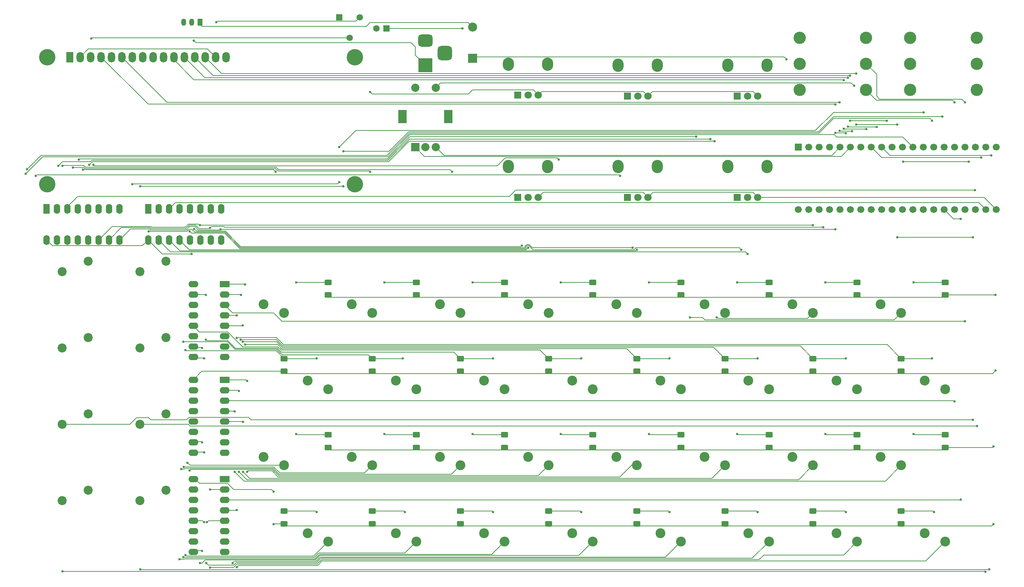
<source format=gtl>
G04 #@! TF.GenerationSoftware,KiCad,Pcbnew,7.0.11*
G04 #@! TF.CreationDate,2024-11-21T01:14:31-06:00*
G04 #@! TF.ProjectId,Sardinia_v0.2,53617264-696e-4696-915f-76302e322e6b,rev?*
G04 #@! TF.SameCoordinates,Original*
G04 #@! TF.FileFunction,Copper,L1,Top*
G04 #@! TF.FilePolarity,Positive*
%FSLAX46Y46*%
G04 Gerber Fmt 4.6, Leading zero omitted, Abs format (unit mm)*
G04 Created by KiCad (PCBNEW 7.0.11) date 2024-11-21 01:14:31*
%MOMM*%
%LPD*%
G01*
G04 APERTURE LIST*
G04 Aperture macros list*
%AMRoundRect*
0 Rectangle with rounded corners*
0 $1 Rounding radius*
0 $2 $3 $4 $5 $6 $7 $8 $9 X,Y pos of 4 corners*
0 Add a 4 corners polygon primitive as box body*
4,1,4,$2,$3,$4,$5,$6,$7,$8,$9,$2,$3,0*
0 Add four circle primitives for the rounded corners*
1,1,$1+$1,$2,$3*
1,1,$1+$1,$4,$5*
1,1,$1+$1,$6,$7*
1,1,$1+$1,$8,$9*
0 Add four rect primitives between the rounded corners*
20,1,$1+$1,$2,$3,$4,$5,0*
20,1,$1+$1,$4,$5,$6,$7,0*
20,1,$1+$1,$6,$7,$8,$9,0*
20,1,$1+$1,$8,$9,$2,$3,0*%
G04 Aperture macros list end*
G04 #@! TA.AperFunction,SMDPad,CuDef*
%ADD10RoundRect,0.250000X0.625000X-0.400000X0.625000X0.400000X-0.625000X0.400000X-0.625000X-0.400000X0*%
G04 #@! TD*
G04 #@! TA.AperFunction,ComponentPad*
%ADD11O,2.720000X3.240000*%
G04 #@! TD*
G04 #@! TA.AperFunction,ComponentPad*
%ADD12R,1.800000X1.800000*%
G04 #@! TD*
G04 #@! TA.AperFunction,ComponentPad*
%ADD13C,1.800000*%
G04 #@! TD*
G04 #@! TA.AperFunction,ComponentPad*
%ADD14C,2.200000*%
G04 #@! TD*
G04 #@! TA.AperFunction,ComponentPad*
%ADD15C,2.400000*%
G04 #@! TD*
G04 #@! TA.AperFunction,ComponentPad*
%ADD16R,1.560000X1.560000*%
G04 #@! TD*
G04 #@! TA.AperFunction,ComponentPad*
%ADD17C,1.560000*%
G04 #@! TD*
G04 #@! TA.AperFunction,ComponentPad*
%ADD18R,2.200000X2.200000*%
G04 #@! TD*
G04 #@! TA.AperFunction,ComponentPad*
%ADD19O,2.200000X2.200000*%
G04 #@! TD*
G04 #@! TA.AperFunction,ComponentPad*
%ADD20R,2.000000X2.000000*%
G04 #@! TD*
G04 #@! TA.AperFunction,ComponentPad*
%ADD21C,2.000000*%
G04 #@! TD*
G04 #@! TA.AperFunction,ComponentPad*
%ADD22R,2.000000X3.200000*%
G04 #@! TD*
G04 #@! TA.AperFunction,ComponentPad*
%ADD23C,4.000000*%
G04 #@! TD*
G04 #@! TA.AperFunction,ComponentPad*
%ADD24R,1.800000X2.600000*%
G04 #@! TD*
G04 #@! TA.AperFunction,ComponentPad*
%ADD25O,1.800000X2.600000*%
G04 #@! TD*
G04 #@! TA.AperFunction,ComponentPad*
%ADD26R,3.500000X3.500000*%
G04 #@! TD*
G04 #@! TA.AperFunction,ComponentPad*
%ADD27RoundRect,0.750000X-1.000000X0.750000X-1.000000X-0.750000X1.000000X-0.750000X1.000000X0.750000X0*%
G04 #@! TD*
G04 #@! TA.AperFunction,ComponentPad*
%ADD28RoundRect,0.875000X-0.875000X0.875000X-0.875000X-0.875000X0.875000X-0.875000X0.875000X0.875000X0*%
G04 #@! TD*
G04 #@! TA.AperFunction,ComponentPad*
%ADD29C,3.000000*%
G04 #@! TD*
G04 #@! TA.AperFunction,ComponentPad*
%ADD30R,1.600000X1.600000*%
G04 #@! TD*
G04 #@! TA.AperFunction,ComponentPad*
%ADD31C,1.600000*%
G04 #@! TD*
G04 #@! TA.AperFunction,ComponentPad*
%ADD32RoundRect,0.250000X0.350000X0.625000X-0.350000X0.625000X-0.350000X-0.625000X0.350000X-0.625000X0*%
G04 #@! TD*
G04 #@! TA.AperFunction,ComponentPad*
%ADD33O,1.200000X1.750000*%
G04 #@! TD*
G04 #@! TA.AperFunction,ComponentPad*
%ADD34R,1.600000X2.400000*%
G04 #@! TD*
G04 #@! TA.AperFunction,ComponentPad*
%ADD35O,1.600000X2.400000*%
G04 #@! TD*
G04 #@! TA.AperFunction,ComponentPad*
%ADD36R,1.700000X1.700000*%
G04 #@! TD*
G04 #@! TA.AperFunction,ComponentPad*
%ADD37C,1.700000*%
G04 #@! TD*
G04 #@! TA.AperFunction,ComponentPad*
%ADD38R,2.400000X1.600000*%
G04 #@! TD*
G04 #@! TA.AperFunction,ComponentPad*
%ADD39O,2.400000X1.600000*%
G04 #@! TD*
G04 #@! TA.AperFunction,ViaPad*
%ADD40C,0.600000*%
G04 #@! TD*
G04 #@! TA.AperFunction,Conductor*
%ADD41C,0.200000*%
G04 #@! TD*
G04 #@! TA.AperFunction,Conductor*
%ADD42C,0.127000*%
G04 #@! TD*
G04 APERTURE END LIST*
D10*
X124500000Y-107669548D03*
X124500000Y-104569548D03*
D11*
X211200000Y-57725000D03*
X220800000Y-57725000D03*
D12*
X213500000Y-65225000D03*
D13*
X216000000Y-65225000D03*
X218500000Y-65225000D03*
D10*
X264250000Y-126289096D03*
X264250000Y-123189096D03*
D14*
X74210000Y-136669868D03*
X67860000Y-139209868D03*
D10*
X221250000Y-126289096D03*
X221250000Y-123189096D03*
D15*
X216250000Y-109919548D03*
X221250000Y-112019548D03*
D10*
X232000000Y-144908644D03*
X232000000Y-141808644D03*
D15*
X130250000Y-109919548D03*
X135250000Y-112019548D03*
X141000000Y-91300000D03*
X146000000Y-93400000D03*
X216250000Y-147158644D03*
X221250000Y-149258644D03*
D10*
X113750000Y-89050000D03*
X113750000Y-85950000D03*
D15*
X248500000Y-128539096D03*
X253500000Y-130639096D03*
X259250000Y-109919548D03*
X264250000Y-112019548D03*
X184000000Y-91300000D03*
X189000000Y-93400000D03*
X98000000Y-91300000D03*
X103000000Y-93400000D03*
X108750000Y-109919548D03*
X113750000Y-112019548D03*
D10*
X113750000Y-126289096D03*
X113750000Y-123189096D03*
D16*
X116500000Y-21260000D03*
D17*
X119000000Y-26260000D03*
X121500000Y-21260000D03*
D14*
X55250000Y-118050320D03*
X48900000Y-120590320D03*
D18*
X149000000Y-31310000D03*
D19*
X149000000Y-23690000D03*
D15*
X227000000Y-128539096D03*
X232000000Y-130639096D03*
D10*
X146000000Y-144908644D03*
X146000000Y-141808644D03*
X199750000Y-126289096D03*
X199750000Y-123189096D03*
D14*
X55250000Y-80811224D03*
X48900000Y-83351224D03*
D15*
X237750000Y-147158644D03*
X242750000Y-149258644D03*
D20*
X135000000Y-53000000D03*
D21*
X140000000Y-53000000D03*
X137500000Y-53000000D03*
D22*
X131900000Y-45500000D03*
X143100000Y-45500000D03*
D21*
X140000000Y-38500000D03*
X135000000Y-38500000D03*
D15*
X259250000Y-147158644D03*
X264250000Y-149258644D03*
D10*
X167500000Y-107669548D03*
X167500000Y-104569548D03*
X156750000Y-126289096D03*
X156750000Y-123189096D03*
D14*
X74210000Y-80811224D03*
X67860000Y-83351224D03*
D15*
X130250000Y-147158644D03*
X135250000Y-149258644D03*
D10*
X210500000Y-107669548D03*
X210500000Y-104569548D03*
X156750000Y-89050000D03*
X156750000Y-85950000D03*
X103000000Y-144908644D03*
X103000000Y-141808644D03*
X103000000Y-107669548D03*
X103000000Y-104569548D03*
D15*
X237750000Y-109919548D03*
X242750000Y-112019548D03*
D10*
X146000000Y-107669548D03*
X146000000Y-104569548D03*
X242750000Y-89050000D03*
X242750000Y-85950000D03*
X221250000Y-89050000D03*
X221250000Y-85950000D03*
D15*
X98000000Y-128539096D03*
X103000000Y-130639096D03*
X194750000Y-109919548D03*
X199750000Y-112019548D03*
D11*
X157700000Y-57725000D03*
X167300000Y-57725000D03*
D12*
X160000000Y-65225000D03*
D13*
X162500000Y-65225000D03*
X165000000Y-65225000D03*
D15*
X227000000Y-91300000D03*
X232000000Y-93400000D03*
X141000000Y-128539096D03*
X146000000Y-130639096D03*
X205500000Y-128539096D03*
X210500000Y-130639096D03*
D10*
X135250000Y-126289096D03*
X135250000Y-123189096D03*
D15*
X162500000Y-128539096D03*
X167500000Y-130639096D03*
X173250000Y-147158644D03*
X178250000Y-149258644D03*
D11*
X211200000Y-33000000D03*
X220800000Y-33000000D03*
D12*
X213500000Y-40500000D03*
D13*
X216000000Y-40500000D03*
X218500000Y-40500000D03*
D11*
X184450000Y-33000000D03*
X194050000Y-33000000D03*
D12*
X186750000Y-40500000D03*
D13*
X189250000Y-40500000D03*
X191750000Y-40500000D03*
D15*
X108750000Y-147158644D03*
X113750000Y-149258644D03*
X119500000Y-128539096D03*
X124500000Y-130639096D03*
D11*
X157700000Y-32725000D03*
X167300000Y-32725000D03*
D12*
X160000000Y-40225000D03*
D13*
X162500000Y-40225000D03*
X165000000Y-40225000D03*
D10*
X264250000Y-89050000D03*
X264250000Y-85950000D03*
X124500000Y-144908644D03*
X124500000Y-141808644D03*
X189000000Y-107669548D03*
X189000000Y-104569548D03*
X210500000Y-144908644D03*
X210500000Y-141808644D03*
X189000000Y-144908644D03*
X189000000Y-141808644D03*
D23*
X45250900Y-31000000D03*
X45250900Y-62000700D03*
X120249480Y-62000700D03*
X120250000Y-31000000D03*
D24*
X50750000Y-31000000D03*
D25*
X53290000Y-31000000D03*
X55830000Y-31000000D03*
X58370000Y-31000000D03*
X60910000Y-31000000D03*
X63450000Y-31000000D03*
X65990000Y-31000000D03*
X68530000Y-31000000D03*
X71070000Y-31000000D03*
X73610000Y-31000000D03*
X76150000Y-31000000D03*
X78690000Y-31000000D03*
X81230000Y-31000000D03*
X83770000Y-31000000D03*
X86310000Y-31000000D03*
X88850000Y-31000000D03*
D15*
X162500000Y-91300000D03*
X167500000Y-93400000D03*
X194750000Y-147158644D03*
X199750000Y-149258644D03*
X151750000Y-147158644D03*
X156750000Y-149258644D03*
D10*
X232000000Y-107669548D03*
X232000000Y-104569548D03*
D15*
X248500000Y-91300000D03*
X253500000Y-93400000D03*
X173250000Y-109919548D03*
X178250000Y-112019548D03*
D14*
X55250000Y-136669868D03*
X48900000Y-139209868D03*
D15*
X119500000Y-91300000D03*
X124500000Y-93400000D03*
D10*
X253500000Y-144908644D03*
X253500000Y-141808644D03*
X242750000Y-126289096D03*
X242750000Y-123189096D03*
D14*
X55250000Y-99430772D03*
X48900000Y-101970772D03*
D10*
X178250000Y-89050000D03*
X178250000Y-85950000D03*
D14*
X74210000Y-99430772D03*
X67860000Y-101970772D03*
D10*
X253500000Y-107669548D03*
X253500000Y-104569548D03*
D15*
X184000000Y-128539096D03*
X189000000Y-130639096D03*
D11*
X184450000Y-57725000D03*
X194050000Y-57725000D03*
D12*
X186750000Y-65225000D03*
D13*
X189250000Y-65225000D03*
X191750000Y-65225000D03*
D10*
X135250000Y-89050000D03*
X135250000Y-85950000D03*
D15*
X205500000Y-91300000D03*
X210500000Y-93400000D03*
D14*
X74210000Y-118050320D03*
X67860000Y-120590320D03*
D10*
X199750000Y-89050000D03*
X199750000Y-85950000D03*
D15*
X151750000Y-109919548D03*
X156750000Y-112019548D03*
D10*
X167500000Y-144908644D03*
X167500000Y-141808644D03*
X178250000Y-126289096D03*
X178250000Y-123189096D03*
D26*
X137500000Y-33000000D03*
D27*
X137500000Y-27000000D03*
D28*
X142200000Y-30000000D03*
D29*
X271886152Y-32650000D03*
X255656152Y-32650000D03*
X271886152Y-26300000D03*
X255656152Y-26300000D03*
X271886152Y-39000000D03*
X255656152Y-39000000D03*
X244951720Y-32650000D03*
X228721720Y-32650000D03*
X244951720Y-26300000D03*
X228721720Y-26300000D03*
X244951720Y-39000000D03*
X228721720Y-39000000D03*
D30*
X128000000Y-24000000D03*
D31*
X125500000Y-24000000D03*
D32*
X82500000Y-22500000D03*
D33*
X80500000Y-22500000D03*
X78500000Y-22500000D03*
D34*
X69910000Y-68000000D03*
D35*
X72450000Y-68000000D03*
X74990000Y-68000000D03*
X77530000Y-68000000D03*
X80070000Y-68000000D03*
X82610000Y-68000000D03*
X85150000Y-68000000D03*
X87690000Y-68000000D03*
X87690000Y-75620000D03*
X85150000Y-75620000D03*
X82610000Y-75620000D03*
X80070000Y-75620000D03*
X77530000Y-75620000D03*
X74990000Y-75620000D03*
X72450000Y-75620000D03*
X69910000Y-75620000D03*
D36*
X228420000Y-53000000D03*
D37*
X230960000Y-53000000D03*
X233500000Y-53000000D03*
X236040000Y-53000000D03*
X238580000Y-53000000D03*
X241120000Y-53000000D03*
X243660000Y-53000000D03*
X246200000Y-53000000D03*
X248740000Y-53000000D03*
X251280000Y-53000000D03*
X253820000Y-53000000D03*
X256360000Y-53000000D03*
X258900000Y-53000000D03*
X261440000Y-53000000D03*
X263980000Y-53000000D03*
X266520000Y-53000000D03*
X269060000Y-53000000D03*
X271600000Y-53000000D03*
X274140000Y-53000000D03*
X276680000Y-53000000D03*
X276680000Y-68240000D03*
X274140000Y-68240000D03*
X271600000Y-68240000D03*
X269060000Y-68240000D03*
X266520000Y-68240000D03*
X263980000Y-68240000D03*
X261440000Y-68240000D03*
X258900000Y-68240000D03*
X256360000Y-68240000D03*
X253820000Y-68240000D03*
X251280000Y-68240000D03*
X248740000Y-68240000D03*
X246200000Y-68240000D03*
X243660000Y-68240000D03*
X241120000Y-68240000D03*
X238580000Y-68240000D03*
X236040000Y-68240000D03*
X233500000Y-68240000D03*
X230960000Y-68240000D03*
X228420000Y-68240000D03*
D38*
X88500000Y-133960000D03*
D39*
X88500000Y-136500000D03*
X88500000Y-139040000D03*
X88500000Y-141580000D03*
X88500000Y-144120000D03*
X88500000Y-146660000D03*
X88500000Y-149200000D03*
X88500000Y-151740000D03*
X80880000Y-151740000D03*
X80880000Y-149200000D03*
X80880000Y-146660000D03*
X80880000Y-144120000D03*
X80880000Y-141580000D03*
X80880000Y-139040000D03*
X80880000Y-136500000D03*
X80880000Y-133960000D03*
D38*
X88500000Y-109760000D03*
D39*
X88500000Y-112300000D03*
X88500000Y-114840000D03*
X88500000Y-117380000D03*
X88500000Y-119920000D03*
X88500000Y-122460000D03*
X88500000Y-125000000D03*
X88500000Y-127540000D03*
X80880000Y-127540000D03*
X80880000Y-125000000D03*
X80880000Y-122460000D03*
X80880000Y-119920000D03*
X80880000Y-117380000D03*
X80880000Y-114840000D03*
X80880000Y-112300000D03*
X80880000Y-109760000D03*
D38*
X88500000Y-86420000D03*
D39*
X88500000Y-88960000D03*
X88500000Y-91500000D03*
X88500000Y-94040000D03*
X88500000Y-96580000D03*
X88500000Y-99120000D03*
X88500000Y-101660000D03*
X88500000Y-104200000D03*
X80880000Y-104200000D03*
X80880000Y-101660000D03*
X80880000Y-99120000D03*
X80880000Y-96580000D03*
X80880000Y-94040000D03*
X80880000Y-91500000D03*
X80880000Y-88960000D03*
X80880000Y-86420000D03*
D34*
X45125000Y-68000000D03*
D35*
X47665000Y-68000000D03*
X50205000Y-68000000D03*
X52745000Y-68000000D03*
X55285000Y-68000000D03*
X57825000Y-68000000D03*
X60365000Y-68000000D03*
X62905000Y-68000000D03*
X62905000Y-75620000D03*
X60365000Y-75620000D03*
X57825000Y-75620000D03*
X55285000Y-75620000D03*
X52745000Y-75620000D03*
X50205000Y-75620000D03*
X47665000Y-75620000D03*
X45125000Y-75620000D03*
D40*
X82500000Y-72000000D03*
X232000000Y-72000000D03*
X83000000Y-125000000D03*
X85000000Y-72674500D03*
X83000000Y-102000000D03*
X234500000Y-72500000D03*
X83000000Y-151500000D03*
X83500000Y-104500000D03*
X237500000Y-73000000D03*
X87500000Y-73000000D03*
X83500000Y-127500000D03*
X242000000Y-38000000D03*
X49000000Y-156500000D03*
X273000000Y-55527000D03*
X274000000Y-156608000D03*
X275000000Y-156000000D03*
X275500000Y-55000000D03*
X68000000Y-156000000D03*
X271000000Y-119500000D03*
X252500000Y-75000000D03*
X271000000Y-75000000D03*
X272000000Y-121000000D03*
X270000000Y-56500000D03*
X254000000Y-56500000D03*
X40000000Y-59500000D03*
X66000000Y-62000000D03*
X259000000Y-44500000D03*
X116500000Y-61500000D03*
X116500000Y-53000000D03*
X40377354Y-58377354D03*
X261000000Y-46500000D03*
X263500000Y-45500000D03*
X68000000Y-62500000D03*
X117500000Y-54000000D03*
X117500000Y-62500000D03*
X266500000Y-42000000D03*
X269000000Y-42000000D03*
X276000000Y-126000000D03*
X80500000Y-79000000D03*
X86500000Y-22500000D03*
X100500000Y-145000000D03*
X276500000Y-107500000D03*
X100500000Y-137000000D03*
X276500000Y-89000000D03*
X276000000Y-145000000D03*
X124000000Y-39500000D03*
X271500000Y-63500000D03*
X269000000Y-95500000D03*
X266500000Y-115000000D03*
X268000000Y-70500000D03*
X268000000Y-139000000D03*
X242500000Y-35000000D03*
X252500000Y-47500000D03*
X242500000Y-47500000D03*
X250000000Y-46500000D03*
X241000000Y-35527000D03*
X241000000Y-46500000D03*
X247500000Y-48027000D03*
X240500000Y-48000000D03*
X240471870Y-36054000D03*
X239500000Y-48500000D03*
X245000000Y-48554000D03*
X239500000Y-36581000D03*
X241500000Y-49054000D03*
X238500000Y-42000000D03*
X238500000Y-49000000D03*
X240000000Y-49554000D03*
X237500000Y-49500000D03*
X237500000Y-42527000D03*
X225500000Y-31500000D03*
X146500000Y-24000000D03*
X56000000Y-26500000D03*
X106000000Y-86000000D03*
X101000000Y-59000000D03*
X54000000Y-58500000D03*
X127500000Y-86000000D03*
X124000000Y-59000000D03*
X51500000Y-57973000D03*
X149000000Y-86000000D03*
X144000000Y-59000000D03*
X49000000Y-57500000D03*
X170500000Y-86000000D03*
X170000000Y-56000000D03*
X56500000Y-57319000D03*
X192000000Y-86000000D03*
X42500000Y-60000000D03*
X185000000Y-60000000D03*
X208000000Y-51500000D03*
X55500000Y-57319000D03*
X213500000Y-86000000D03*
X48000000Y-57500000D03*
X207000000Y-50973000D03*
X235000000Y-86000000D03*
X208500000Y-94500000D03*
X203500000Y-50446000D03*
X202000000Y-94500000D03*
X256500000Y-86000000D03*
X53000000Y-55973000D03*
X111000000Y-104500000D03*
X79000000Y-102500000D03*
X78473000Y-100500000D03*
X132000000Y-104500000D03*
X154000000Y-104500000D03*
X84000000Y-89000000D03*
X84000000Y-99973000D03*
X175500000Y-104500000D03*
X93500000Y-86500000D03*
X197000000Y-104500000D03*
X93500000Y-101179000D03*
X92973000Y-96500000D03*
X218500000Y-104500000D03*
X92973000Y-100500000D03*
X92500000Y-89000000D03*
X92446000Y-99971870D03*
X240000000Y-104500000D03*
X261000000Y-104500000D03*
X91500000Y-99500000D03*
X91500000Y-94000000D03*
X106000000Y-123000000D03*
X79473000Y-130000000D03*
X78500000Y-131000000D03*
X127500000Y-123000000D03*
X77985931Y-131514069D03*
X149000000Y-123000000D03*
X170500000Y-123000000D03*
X80000000Y-131854000D03*
X94000000Y-132181000D03*
X192000000Y-123000000D03*
X94000000Y-110000000D03*
X93000000Y-132181000D03*
X93000000Y-120000000D03*
X213500000Y-123000000D03*
X92000000Y-112500000D03*
X92000000Y-132181000D03*
X235000000Y-123000000D03*
X91000000Y-132181000D03*
X91000000Y-117500000D03*
X256500000Y-123000000D03*
X79000000Y-152500000D03*
X111000000Y-142000000D03*
X78499250Y-153027050D03*
X132500000Y-142000000D03*
X77500000Y-153513006D03*
X154000000Y-142000000D03*
X175500000Y-142000000D03*
X83500000Y-144500000D03*
X82500000Y-154500000D03*
X197000000Y-142000000D03*
X90500000Y-154500000D03*
X84027000Y-154500000D03*
X218500000Y-142000000D03*
X84227003Y-144500000D03*
X85000000Y-155554000D03*
X240000000Y-142000000D03*
X85000000Y-136500000D03*
X91500000Y-141500000D03*
X91500000Y-155500000D03*
X261500000Y-142000000D03*
X162500000Y-77500000D03*
X189000000Y-78000000D03*
X216000000Y-79000000D03*
X81096836Y-72903164D03*
X161000000Y-76993500D03*
X188000000Y-77500000D03*
X70000000Y-73500000D03*
X80000000Y-73500000D03*
X214500000Y-78000000D03*
X81000000Y-27000000D03*
D41*
X82500000Y-72000000D02*
X232000000Y-72000000D01*
X70725687Y-72555500D02*
X70489187Y-72319000D01*
X82500000Y-72000000D02*
X82222164Y-71722164D01*
X78915102Y-72555500D02*
X70725687Y-72555500D01*
X79748439Y-71722164D02*
X78915102Y-72555500D01*
X82222164Y-71722164D02*
X79748439Y-71722164D01*
X61126000Y-72319000D02*
X57825000Y-75620000D01*
X70489187Y-72319000D02*
X61126000Y-72319000D01*
X79050550Y-72882500D02*
X79883887Y-72049164D01*
D42*
X83000000Y-125000000D02*
X82865000Y-124865000D01*
D41*
X81450575Y-72049164D02*
X82275911Y-72874500D01*
D42*
X82865000Y-124865000D02*
X80955000Y-124865000D01*
X83000000Y-102000000D02*
X82865000Y-101865000D01*
D41*
X85000000Y-72674500D02*
X85347500Y-72327000D01*
X85347500Y-72327000D02*
X88327000Y-72327000D01*
X88527000Y-72527000D02*
X234473000Y-72527000D01*
X70353739Y-72646000D02*
X70590239Y-72882500D01*
X79883887Y-72049164D02*
X81450575Y-72049164D01*
X70590239Y-72882500D02*
X79050550Y-72882500D01*
X60365000Y-75620000D02*
X63339000Y-72646000D01*
X84800000Y-72874500D02*
X85000000Y-72674500D01*
X82275911Y-72874500D02*
X84800000Y-72874500D01*
X234473000Y-72527000D02*
X234500000Y-72500000D01*
X88327000Y-72327000D02*
X88527000Y-72527000D01*
X63339000Y-72646000D02*
X70353739Y-72646000D01*
D42*
X82865000Y-101865000D02*
X80880000Y-101865000D01*
D41*
X70218291Y-72973000D02*
X70454791Y-73209500D01*
X79185998Y-73209500D02*
X80019335Y-72376164D01*
X82140463Y-73201500D02*
X87298500Y-73201500D01*
D42*
X82905000Y-151405000D02*
X80955000Y-151405000D01*
D41*
X237473000Y-73027000D02*
X237500000Y-73000000D01*
X81315127Y-72376164D02*
X82140463Y-73201500D01*
X87527000Y-73027000D02*
X237473000Y-73027000D01*
D42*
X83000000Y-151500000D02*
X82905000Y-151405000D01*
X83500000Y-127500000D02*
X83405000Y-127405000D01*
X83405000Y-127405000D02*
X80955000Y-127405000D01*
D41*
X80019335Y-72376164D02*
X81315127Y-72376164D01*
X62905000Y-75620000D02*
X65552000Y-72973000D01*
X87500000Y-73000000D02*
X87527000Y-73027000D01*
X87298500Y-73201500D02*
X87500000Y-73000000D01*
D42*
X83405000Y-104405000D02*
X80880000Y-104405000D01*
X83500000Y-104500000D02*
X83405000Y-104405000D01*
D41*
X70454791Y-73209500D02*
X79185998Y-73209500D01*
X65552000Y-72973000D02*
X70218291Y-72973000D01*
D42*
X140000000Y-53000000D02*
X142000000Y-55000000D01*
X142000000Y-55000000D02*
X236580000Y-55000000D01*
X236580000Y-55000000D02*
X238580000Y-53000000D01*
X137254000Y-55254000D02*
X238866000Y-55254000D01*
X238866000Y-55254000D02*
X241120000Y-53000000D01*
X135000000Y-53000000D02*
X137254000Y-55254000D01*
X242000000Y-38000000D02*
X241309500Y-37309500D01*
X241309500Y-37309500D02*
X141190500Y-37309500D01*
X141190500Y-37309500D02*
X140000000Y-38500000D01*
D41*
X68245291Y-156500000D02*
X273892000Y-156500000D01*
X248727000Y-55527000D02*
X246200000Y-53000000D01*
X273000000Y-55527000D02*
X248727000Y-55527000D01*
X49027000Y-156527000D02*
X68218291Y-156527000D01*
X68218291Y-156527000D02*
X68245291Y-156500000D01*
X49000000Y-156500000D02*
X49027000Y-156527000D01*
X273892000Y-156500000D02*
X274000000Y-156608000D01*
X274919000Y-156081000D02*
X275000000Y-156000000D01*
X68000000Y-156000000D02*
X68081000Y-156081000D01*
X250740000Y-55000000D02*
X248740000Y-53000000D01*
X275500000Y-55000000D02*
X250740000Y-55000000D01*
X68081000Y-156081000D02*
X274919000Y-156081000D01*
X67036829Y-119000000D02*
X70000000Y-119000000D01*
X94393000Y-118893000D02*
X95000000Y-119500000D01*
X70500000Y-119500000D02*
X79223802Y-119500000D01*
X48900000Y-120590320D02*
X65446509Y-120590320D01*
X79223802Y-119500000D02*
X79830802Y-118893000D01*
X271000000Y-75000000D02*
X252500000Y-75000000D01*
X79830802Y-118893000D02*
X94393000Y-118893000D01*
X65446509Y-120590320D02*
X67036829Y-119000000D01*
X95000000Y-119500000D02*
X271000000Y-119500000D01*
X70000000Y-119000000D02*
X70500000Y-119500000D01*
X67860000Y-120590320D02*
X79697923Y-120590320D01*
X79697923Y-120590320D02*
X80107603Y-121000000D01*
X270000000Y-56500000D02*
X254000000Y-56500000D01*
X80107603Y-121000000D02*
X272000000Y-121000000D01*
X237754709Y-50500000D02*
X253860000Y-50500000D01*
X40000000Y-59500000D02*
X44173000Y-55327000D01*
X237173709Y-49919000D02*
X237754709Y-50500000D01*
X253860000Y-50500000D02*
X256360000Y-53000000D01*
X44173000Y-55327000D02*
X128285656Y-55327000D01*
X133693656Y-49919000D02*
X237173709Y-49919000D01*
X128285656Y-55327000D02*
X133693656Y-49919000D01*
X237000000Y-44500000D02*
X259000000Y-44500000D01*
X232562000Y-48938000D02*
X237000000Y-44500000D01*
X66027000Y-61973000D02*
X116027000Y-61973000D01*
X116027000Y-61973000D02*
X116500000Y-61500000D01*
X120562000Y-48938000D02*
X232562000Y-48938000D01*
X116500000Y-53000000D02*
X120562000Y-48938000D01*
X66000000Y-62000000D02*
X66027000Y-61973000D01*
X128150208Y-55000000D02*
X133558208Y-49592000D01*
X43754708Y-55000000D02*
X128150208Y-55000000D01*
X233408000Y-49592000D02*
X237027000Y-45973000D01*
X40377354Y-58377354D02*
X43754708Y-55000000D01*
X260473000Y-45973000D02*
X261000000Y-46500000D01*
X133558208Y-49592000D02*
X233408000Y-49592000D01*
X237027000Y-45973000D02*
X260473000Y-45973000D01*
X128687760Y-54000000D02*
X133422760Y-49265000D01*
X117500000Y-54000000D02*
X128687760Y-54000000D01*
X237037552Y-45500000D02*
X263500000Y-45500000D01*
X133422760Y-49265000D02*
X233272552Y-49265000D01*
X68000000Y-62500000D02*
X117500000Y-62500000D01*
X233272552Y-49265000D02*
X237037552Y-45500000D01*
D42*
X266500000Y-42000000D02*
X266000000Y-41500000D01*
X247451720Y-41500000D02*
X244951720Y-39000000D01*
X266000000Y-41500000D02*
X247451720Y-41500000D01*
X268246000Y-41246000D02*
X248246000Y-41246000D01*
X269000000Y-42000000D02*
X268246000Y-41246000D01*
X248246000Y-41246000D02*
X247500000Y-40500000D01*
X247500000Y-35198280D02*
X244951720Y-32650000D01*
X247500000Y-40500000D02*
X247500000Y-35198280D01*
D41*
X243300000Y-89600000D02*
X242750000Y-89050000D01*
X210500000Y-144908644D02*
X209950000Y-145458644D01*
X188450000Y-108219548D02*
X168050000Y-108219548D01*
X221250000Y-89050000D02*
X220700000Y-89600000D01*
X189550000Y-145458644D02*
X189000000Y-144908644D01*
X146000000Y-144908644D02*
X145450000Y-145458644D01*
X276500000Y-89000000D02*
X276450000Y-89050000D01*
X166950000Y-145458644D02*
X146550000Y-145458644D01*
X134700000Y-126839096D02*
X114300000Y-126839096D01*
X146550000Y-108219548D02*
X146000000Y-107669548D01*
X68483000Y-77047000D02*
X69910000Y-75620000D01*
X157300000Y-89600000D02*
X156750000Y-89050000D01*
X232550000Y-108219548D02*
X232000000Y-107669548D01*
X189000000Y-144908644D02*
X188450000Y-145458644D01*
X135250000Y-89050000D02*
X134700000Y-89600000D01*
X275710904Y-126289096D02*
X264250000Y-126289096D01*
X232550000Y-145458644D02*
X232000000Y-144908644D01*
X156200000Y-89600000D02*
X135800000Y-89600000D01*
X157300000Y-126839096D02*
X156750000Y-126289096D01*
X275780452Y-108219548D02*
X254050000Y-108219548D01*
X242200000Y-126839096D02*
X221800000Y-126839096D01*
X243300000Y-126839096D02*
X242750000Y-126289096D01*
D42*
X90700195Y-136500000D02*
X89200195Y-135000000D01*
D41*
X263700000Y-126839096D02*
X243300000Y-126839096D01*
D42*
X84310000Y-29000000D02*
X55290000Y-29000000D01*
D41*
X178250000Y-126289096D02*
X177700000Y-126839096D01*
X167500000Y-107669548D02*
X166950000Y-108219548D01*
D42*
X192975000Y-64000000D02*
X191750000Y-65225000D01*
X55290000Y-29000000D02*
X53290000Y-31000000D01*
D41*
X189000000Y-107669548D02*
X188450000Y-108219548D01*
D42*
X192840500Y-39409500D02*
X191750000Y-40500000D01*
D41*
X156750000Y-89050000D02*
X156200000Y-89600000D01*
D42*
X124000000Y-39500000D02*
X124500000Y-40000000D01*
D41*
X178800000Y-89600000D02*
X178250000Y-89050000D01*
X45125000Y-75620000D02*
X46552000Y-77047000D01*
D42*
X191750000Y-40500000D02*
X190659500Y-39409500D01*
D41*
X221800000Y-89600000D02*
X221250000Y-89050000D01*
D42*
X276680000Y-68240000D02*
X273665000Y-65225000D01*
D41*
X220700000Y-89600000D02*
X200300000Y-89600000D01*
X189550000Y-108219548D02*
X189000000Y-107669548D01*
X82970452Y-107669548D02*
X103000000Y-107669548D01*
D42*
X69910000Y-75620000D02*
X73290000Y-79000000D01*
D41*
X188450000Y-145458644D02*
X168050000Y-145458644D01*
X125050000Y-108219548D02*
X124500000Y-107669548D01*
X252950000Y-145458644D02*
X232550000Y-145458644D01*
D42*
X163768122Y-38993122D02*
X165000000Y-40225000D01*
D41*
X178250000Y-89050000D02*
X177700000Y-89600000D01*
D42*
X100500000Y-145000000D02*
X100591356Y-144908644D01*
X191750000Y-65225000D02*
X190525000Y-64000000D01*
X190659500Y-39409500D02*
X165815500Y-39409500D01*
D41*
X177700000Y-89600000D02*
X157300000Y-89600000D01*
X254050000Y-108219548D02*
X253500000Y-107669548D01*
X231450000Y-108219548D02*
X211050000Y-108219548D01*
X276000000Y-126000000D02*
X275710904Y-126289096D01*
D42*
X86769500Y-22230500D02*
X86500000Y-22500000D01*
X100500000Y-137000000D02*
X100000000Y-136500000D01*
D41*
X80880000Y-109760000D02*
X82970452Y-107669548D01*
D42*
X149006878Y-38993122D02*
X163768122Y-38993122D01*
D41*
X114300000Y-126839096D02*
X113750000Y-126289096D01*
X221800000Y-126839096D02*
X221250000Y-126289096D01*
X124500000Y-144908644D02*
X123950000Y-145458644D01*
X199750000Y-126289096D02*
X199200000Y-126839096D01*
X114300000Y-89600000D02*
X113750000Y-89050000D01*
X46552000Y-77047000D02*
X68483000Y-77047000D01*
D42*
X148000000Y-40000000D02*
X149006878Y-38993122D01*
X165815500Y-39409500D02*
X165000000Y-40225000D01*
D41*
X263700000Y-89600000D02*
X243300000Y-89600000D01*
X199200000Y-126839096D02*
X178800000Y-126839096D01*
D42*
X166225000Y-64000000D02*
X165000000Y-65225000D01*
D41*
X134700000Y-89600000D02*
X114300000Y-89600000D01*
X264250000Y-126289096D02*
X263700000Y-126839096D01*
X276500000Y-107500000D02*
X275780452Y-108219548D01*
X252950000Y-108219548D02*
X232550000Y-108219548D01*
X135800000Y-126839096D02*
X135250000Y-126289096D01*
X123950000Y-145458644D02*
X103550000Y-145458644D01*
X146550000Y-145458644D02*
X146000000Y-144908644D01*
X135250000Y-126289096D02*
X134700000Y-126839096D01*
X232000000Y-144908644D02*
X231450000Y-145458644D01*
X103550000Y-145458644D02*
X103000000Y-144908644D01*
X103550000Y-108219548D02*
X103000000Y-107669548D01*
D42*
X86310000Y-31000000D02*
X84310000Y-29000000D01*
D41*
X276000000Y-145000000D02*
X275541356Y-145458644D01*
X242200000Y-89600000D02*
X221800000Y-89600000D01*
X231450000Y-145458644D02*
X211050000Y-145458644D01*
X156750000Y-126289096D02*
X156200000Y-126839096D01*
D42*
X89200195Y-135000000D02*
X82330000Y-135000000D01*
D41*
X211050000Y-108219548D02*
X210500000Y-107669548D01*
X177700000Y-126839096D02*
X157300000Y-126839096D01*
X200300000Y-89600000D02*
X199750000Y-89050000D01*
X199750000Y-89050000D02*
X199200000Y-89600000D01*
X264250000Y-89050000D02*
X263700000Y-89600000D01*
X200300000Y-126839096D02*
X199750000Y-126289096D01*
D42*
X82330000Y-135000000D02*
X80955000Y-133625000D01*
D41*
X242750000Y-89050000D02*
X242200000Y-89600000D01*
X276450000Y-89050000D02*
X264250000Y-89050000D01*
X232000000Y-107669548D02*
X231450000Y-108219548D01*
X125050000Y-145458644D02*
X124500000Y-144908644D01*
D42*
X120529500Y-22230500D02*
X86769500Y-22230500D01*
D41*
X199200000Y-89600000D02*
X178800000Y-89600000D01*
X211050000Y-145458644D02*
X210500000Y-144908644D01*
X275541356Y-145458644D02*
X254050000Y-145458644D01*
X156200000Y-126839096D02*
X135800000Y-126839096D01*
D42*
X273665000Y-65225000D02*
X218500000Y-65225000D01*
X218500000Y-40500000D02*
X217409500Y-39409500D01*
D41*
X220700000Y-126839096D02*
X200300000Y-126839096D01*
D42*
X124500000Y-40000000D02*
X148000000Y-40000000D01*
D41*
X168050000Y-108219548D02*
X167500000Y-107669548D01*
X254050000Y-145458644D02*
X253500000Y-144908644D01*
X253500000Y-107669548D02*
X252950000Y-108219548D01*
X253500000Y-144908644D02*
X252950000Y-145458644D01*
D42*
X100000000Y-136500000D02*
X90700195Y-136500000D01*
D41*
X168050000Y-145458644D02*
X167500000Y-144908644D01*
D42*
X100591356Y-144908644D02*
X103000000Y-144908644D01*
D41*
X145450000Y-145458644D02*
X125050000Y-145458644D01*
X210500000Y-107669548D02*
X209950000Y-108219548D01*
X209950000Y-108219548D02*
X189550000Y-108219548D01*
X123950000Y-108219548D02*
X103550000Y-108219548D01*
D42*
X121500000Y-21260000D02*
X120529500Y-22230500D01*
D41*
X145450000Y-108219548D02*
X125050000Y-108219548D01*
X166950000Y-108219548D02*
X146550000Y-108219548D01*
D42*
X217409500Y-39409500D02*
X192840500Y-39409500D01*
D41*
X124500000Y-107669548D02*
X123950000Y-108219548D01*
X209950000Y-145458644D02*
X189550000Y-145458644D01*
D42*
X190525000Y-64000000D02*
X166225000Y-64000000D01*
D41*
X242750000Y-126289096D02*
X242200000Y-126839096D01*
X167500000Y-144908644D02*
X166950000Y-145458644D01*
X146000000Y-107669548D02*
X145450000Y-108219548D01*
D42*
X217275000Y-64000000D02*
X192975000Y-64000000D01*
D41*
X135800000Y-89600000D02*
X135250000Y-89050000D01*
X178800000Y-126839096D02*
X178250000Y-126289096D01*
D42*
X73290000Y-79000000D02*
X80500000Y-79000000D01*
D41*
X221250000Y-126289096D02*
X220700000Y-126839096D01*
D42*
X218500000Y-65225000D02*
X217275000Y-64000000D01*
X76490000Y-66500000D02*
X272400000Y-66500000D01*
X74990000Y-68000000D02*
X76490000Y-66500000D01*
X272400000Y-66500000D02*
X274140000Y-68240000D01*
D41*
X52696302Y-65000000D02*
X157971000Y-65000000D01*
X159471000Y-63500000D02*
X271500000Y-63500000D01*
X50205000Y-67491302D02*
X52696302Y-65000000D01*
X157971000Y-65000000D02*
X159471000Y-63500000D01*
X50205000Y-68000000D02*
X50205000Y-67491302D01*
X102500000Y-95500000D02*
X269000000Y-95500000D01*
X88500000Y-91500000D02*
X90473000Y-93473000D01*
X100473000Y-93473000D02*
X102500000Y-95500000D01*
X90473000Y-93473000D02*
X100473000Y-93473000D01*
X266340000Y-114840000D02*
X266500000Y-115000000D01*
X88500000Y-114840000D02*
X266340000Y-114840000D01*
X266240000Y-70500000D02*
X263980000Y-68240000D01*
X88500000Y-139040000D02*
X267960000Y-139040000D01*
X268000000Y-70500000D02*
X266240000Y-70500000D01*
X267960000Y-139040000D02*
X268000000Y-139000000D01*
X87770000Y-35000000D02*
X242500000Y-35000000D01*
X242500000Y-47500000D02*
X252500000Y-47500000D01*
X83770000Y-31000000D02*
X87770000Y-35000000D01*
X241000000Y-46500000D02*
X250000000Y-46500000D01*
X85757000Y-35527000D02*
X241000000Y-35527000D01*
X81230000Y-31000000D02*
X85757000Y-35527000D01*
X78690000Y-31000000D02*
X83744000Y-36054000D01*
X247500000Y-48027000D02*
X240527000Y-48027000D01*
X240527000Y-48027000D02*
X240500000Y-48000000D01*
X83744000Y-36054000D02*
X240471870Y-36054000D01*
X239500000Y-48500000D02*
X239527000Y-48527000D01*
X239419000Y-36500000D02*
X239500000Y-36581000D01*
X76150000Y-31650000D02*
X81000000Y-36500000D01*
X81000000Y-36500000D02*
X239419000Y-36500000D01*
X239527000Y-48527000D02*
X244973000Y-48527000D01*
X76150000Y-31000000D02*
X76150000Y-31650000D01*
X244973000Y-48527000D02*
X245000000Y-48554000D01*
X74450000Y-42000000D02*
X238500000Y-42000000D01*
X238500000Y-49000000D02*
X238527000Y-49027000D01*
X241473000Y-49027000D02*
X241500000Y-49054000D01*
X238527000Y-49027000D02*
X241473000Y-49027000D01*
X63450000Y-31000000D02*
X74450000Y-42000000D01*
X74500000Y-42500000D02*
X237473000Y-42500000D01*
X237500000Y-49500000D02*
X237527000Y-49527000D01*
X239973000Y-49527000D02*
X240000000Y-49500000D01*
X58370000Y-31000000D02*
X69870000Y-42500000D01*
X237527000Y-49527000D02*
X239973000Y-49527000D01*
X237473000Y-42500000D02*
X237500000Y-42527000D01*
X240000000Y-49500000D02*
X240000000Y-49554000D01*
X69870000Y-42500000D02*
X74500000Y-42500000D01*
D42*
X225500000Y-31500000D02*
X224914500Y-30914500D01*
X128000000Y-24000000D02*
X146500000Y-24000000D01*
X149395500Y-30914500D02*
X149000000Y-31310000D01*
X224914500Y-30914500D02*
X149395500Y-30914500D01*
X119000000Y-26260000D02*
X56240000Y-26260000D01*
X56240000Y-26260000D02*
X56000000Y-26500000D01*
D41*
X101000000Y-59000000D02*
X100500000Y-58500000D01*
X100500000Y-58500000D02*
X54000000Y-58500000D01*
X106050000Y-85950000D02*
X106000000Y-86000000D01*
X113750000Y-85950000D02*
X106050000Y-85950000D01*
X100918291Y-58173000D02*
X54418291Y-58173000D01*
X123800000Y-58800000D02*
X101545291Y-58800000D01*
X54418291Y-58173000D02*
X54218291Y-57973000D01*
X101545291Y-58800000D02*
X100918291Y-58173000D01*
X135250000Y-85950000D02*
X127550000Y-85950000D01*
X54218291Y-57973000D02*
X51500000Y-57973000D01*
X127550000Y-85950000D02*
X127500000Y-86000000D01*
X124000000Y-59000000D02*
X123800000Y-58800000D01*
X49054000Y-57446000D02*
X49000000Y-57500000D01*
X101680739Y-58473000D02*
X101053739Y-57846000D01*
X54553739Y-57846000D02*
X54153739Y-57446000D01*
X144000000Y-59000000D02*
X143473000Y-58473000D01*
X54153739Y-57446000D02*
X49054000Y-57446000D01*
X101053739Y-57846000D02*
X54553739Y-57846000D01*
X156750000Y-85950000D02*
X149050000Y-85950000D01*
X149050000Y-85950000D02*
X149000000Y-86000000D01*
X143473000Y-58473000D02*
X101680739Y-58473000D01*
X178250000Y-85950000D02*
X170550000Y-85950000D01*
X170000000Y-56000000D02*
X169544500Y-55544500D01*
X154960321Y-57500000D02*
X56681000Y-57500000D01*
X56681000Y-57500000D02*
X56500000Y-57319000D01*
X169544500Y-55544500D02*
X156915821Y-55544500D01*
X156915821Y-55544500D02*
X154960321Y-57500000D01*
X170550000Y-85950000D02*
X170500000Y-86000000D01*
X42726300Y-59773700D02*
X42500000Y-60000000D01*
X192050000Y-85950000D02*
X192000000Y-86000000D01*
X185000000Y-60000000D02*
X184773700Y-59773700D01*
X199750000Y-85950000D02*
X192050000Y-85950000D01*
X184773700Y-59773700D02*
X42726300Y-59773700D01*
X213550000Y-85950000D02*
X213500000Y-86000000D01*
X208000000Y-51500000D02*
X133500000Y-51500000D01*
X221250000Y-85950000D02*
X213550000Y-85950000D01*
X133500000Y-51500000D02*
X128500000Y-56500000D01*
X56319000Y-56500000D02*
X55500000Y-57319000D01*
X128500000Y-56500000D02*
X56319000Y-56500000D01*
X56183552Y-56173000D02*
X128364552Y-56173000D01*
X208500000Y-94500000D02*
X208827000Y-94827000D01*
X48000000Y-57500000D02*
X49000000Y-56500000D01*
X55856552Y-56500000D02*
X56183552Y-56173000D01*
X133564552Y-50973000D02*
X207000000Y-50973000D01*
X242750000Y-85950000D02*
X235050000Y-85950000D01*
X235050000Y-85950000D02*
X235000000Y-86000000D01*
X208827000Y-94827000D02*
X230573000Y-94827000D01*
X128364552Y-56173000D02*
X133564552Y-50973000D01*
X49000000Y-56500000D02*
X55856552Y-56500000D01*
X230573000Y-94827000D02*
X232000000Y-93400000D01*
X202000000Y-94500000D02*
X205000000Y-94500000D01*
X264250000Y-85950000D02*
X256550000Y-85950000D01*
X205654000Y-95154000D02*
X251746000Y-95154000D01*
X53127000Y-55846000D02*
X53000000Y-55973000D01*
X256550000Y-85950000D02*
X256500000Y-86000000D01*
X205000000Y-94500000D02*
X205654000Y-95154000D01*
X203500000Y-50446000D02*
X133629104Y-50446000D01*
X128229104Y-55846000D02*
X53127000Y-55846000D01*
X133629104Y-50446000D02*
X128229104Y-55846000D01*
X251746000Y-95154000D02*
X253500000Y-93400000D01*
X101117452Y-102687000D02*
X103000000Y-104569548D01*
X79000000Y-102500000D02*
X79187000Y-102687000D01*
X79187000Y-102687000D02*
X101117452Y-102687000D01*
X110930452Y-104569548D02*
X111000000Y-104500000D01*
X103000000Y-104569548D02*
X110930452Y-104569548D01*
X123623000Y-103692548D02*
X102585448Y-103692548D01*
X124500000Y-104569548D02*
X123623000Y-103692548D01*
X102585448Y-103692548D02*
X101252900Y-102360000D01*
X91052397Y-102360000D02*
X89192397Y-100500000D01*
X101252900Y-102360000D02*
X91052397Y-102360000D01*
X131930452Y-104569548D02*
X132000000Y-104500000D01*
X124500000Y-104569548D02*
X131930452Y-104569548D01*
X89192397Y-100500000D02*
X78473000Y-100500000D01*
X153930452Y-104569548D02*
X154000000Y-104500000D01*
X84200000Y-100173000D02*
X84000000Y-99973000D01*
X102355348Y-103000000D02*
X101388348Y-102033000D01*
X89327845Y-100173000D02*
X84200000Y-100173000D01*
X84000000Y-89000000D02*
X83960000Y-88960000D01*
X101388348Y-102033000D02*
X91187845Y-102033000D01*
X146000000Y-104569548D02*
X144430452Y-103000000D01*
X144430452Y-103000000D02*
X102355348Y-103000000D01*
X83960000Y-88960000D02*
X80880000Y-88960000D01*
X146000000Y-104569548D02*
X153930452Y-104569548D01*
X91187845Y-102033000D02*
X89327845Y-100173000D01*
X167500000Y-104569548D02*
X175430452Y-104569548D01*
X102317796Y-102500000D02*
X101523796Y-101706000D01*
X165430452Y-102500000D02*
X102317796Y-102500000D01*
X82393000Y-98093000D02*
X80880000Y-96580000D01*
X92938397Y-101706000D02*
X89325397Y-98093000D01*
X175430452Y-104569548D02*
X175500000Y-104500000D01*
X89325397Y-98093000D02*
X82393000Y-98093000D01*
X167500000Y-104569548D02*
X165430452Y-102500000D01*
X101523796Y-101706000D02*
X92938397Y-101706000D01*
X93500000Y-86500000D02*
X93420000Y-86420000D01*
X189000000Y-104569548D02*
X186603452Y-102173000D01*
X102453244Y-102173000D02*
X101459244Y-101179000D01*
X101459244Y-101179000D02*
X93500000Y-101179000D01*
X196930452Y-104569548D02*
X197000000Y-104500000D01*
X186603452Y-102173000D02*
X102453244Y-102173000D01*
X93420000Y-86420000D02*
X88500000Y-86420000D01*
X189000000Y-104569548D02*
X196930452Y-104569548D01*
X218500000Y-104500000D02*
X218430452Y-104569548D01*
X92973000Y-96500000D02*
X92893000Y-96580000D01*
X218430452Y-104569548D02*
X210500000Y-104569548D01*
X101242692Y-100500000D02*
X92973000Y-100500000D01*
X207776452Y-101846000D02*
X102588692Y-101846000D01*
X92893000Y-96580000D02*
X88500000Y-96580000D01*
X102588692Y-101846000D02*
X101242692Y-100500000D01*
X210500000Y-104569548D02*
X207776452Y-101846000D01*
X232000000Y-104569548D02*
X228930452Y-101500000D01*
X101177010Y-99971870D02*
X92446000Y-99971870D01*
X92460000Y-88960000D02*
X88500000Y-88960000D01*
X228930452Y-101500000D02*
X102705140Y-101500000D01*
X92500000Y-89000000D02*
X92460000Y-88960000D01*
X232000000Y-104569548D02*
X239930452Y-104569548D01*
X239930452Y-104569548D02*
X240000000Y-104500000D01*
X102705140Y-101500000D02*
X101177010Y-99971870D01*
X91555130Y-99444870D02*
X91500000Y-99500000D01*
X260930452Y-104569548D02*
X261000000Y-104500000D01*
X250103452Y-101173000D02*
X102840588Y-101173000D01*
X253500000Y-104569548D02*
X250103452Y-101173000D01*
X102840588Y-101173000D02*
X101112458Y-99444870D01*
X91500000Y-94000000D02*
X91460000Y-94040000D01*
X91460000Y-94040000D02*
X88500000Y-94040000D01*
X253500000Y-104569548D02*
X260930452Y-104569548D01*
X101112458Y-99444870D02*
X91555130Y-99444870D01*
X113750000Y-123189096D02*
X106189096Y-123189096D01*
X79473000Y-130000000D02*
X80112096Y-130639096D01*
X80112096Y-130639096D02*
X103000000Y-130639096D01*
X106189096Y-123189096D02*
X106000000Y-123000000D01*
X78500000Y-131000000D02*
X100500000Y-131000000D01*
X102000000Y-132500000D02*
X122639096Y-132500000D01*
X100500000Y-131000000D02*
X102000000Y-132500000D01*
X122639096Y-132500000D02*
X124500000Y-130639096D01*
X127689096Y-123189096D02*
X127500000Y-123000000D01*
X135250000Y-123189096D02*
X127689096Y-123189096D01*
X101864552Y-132827000D02*
X100364552Y-131327000D01*
X143812096Y-132827000D02*
X101864552Y-132827000D01*
X100364552Y-131327000D02*
X78918291Y-131327000D01*
X156750000Y-123189096D02*
X149189096Y-123189096D01*
X146000000Y-130639096D02*
X143812096Y-132827000D01*
X77998862Y-131527000D02*
X77985931Y-131514069D01*
X149189096Y-123189096D02*
X149000000Y-123000000D01*
X78918291Y-131327000D02*
X78718291Y-131527000D01*
X78718291Y-131527000D02*
X77998862Y-131527000D01*
X170689096Y-123189096D02*
X170500000Y-123000000D01*
X164985096Y-133154000D02*
X167500000Y-130639096D01*
X100229104Y-131654000D02*
X101729104Y-133154000D01*
X178250000Y-123189096D02*
X170689096Y-123189096D01*
X101729104Y-133154000D02*
X164985096Y-133154000D01*
X80000000Y-131854000D02*
X80200000Y-131654000D01*
X80200000Y-131654000D02*
X100229104Y-131654000D01*
X94200000Y-131981000D02*
X94000000Y-132181000D01*
X189000000Y-130639096D02*
X188360904Y-130000000D01*
X94000000Y-110000000D02*
X93760000Y-109760000D01*
X199750000Y-123189096D02*
X192189096Y-123189096D01*
X93760000Y-109760000D02*
X88500000Y-109760000D01*
X192189096Y-123189096D02*
X192000000Y-123000000D01*
X188360904Y-130000000D02*
X184879904Y-133481000D01*
X100093656Y-131981000D02*
X94200000Y-131981000D01*
X101593656Y-133481000D02*
X100093656Y-131981000D01*
X184879904Y-133481000D02*
X101593656Y-133481000D01*
X93000000Y-120000000D02*
X92920000Y-119920000D01*
X93000000Y-132181000D02*
X94627000Y-133808000D01*
X221250000Y-123189096D02*
X213689096Y-123189096D01*
X92920000Y-119920000D02*
X88500000Y-119920000D01*
X213689096Y-123189096D02*
X213500000Y-123000000D01*
X94627000Y-133808000D02*
X207331096Y-133808000D01*
X207331096Y-133808000D02*
X210500000Y-130639096D01*
X92000000Y-112500000D02*
X91800000Y-112300000D01*
X228504096Y-134135000D02*
X93954000Y-134135000D01*
X242750000Y-123189096D02*
X235189096Y-123189096D01*
X93954000Y-134135000D02*
X92000000Y-132181000D01*
X91800000Y-112300000D02*
X88500000Y-112300000D01*
X232000000Y-130639096D02*
X228504096Y-134135000D01*
X235189096Y-123189096D02*
X235000000Y-123000000D01*
X264250000Y-123189096D02*
X256689096Y-123189096D01*
X253500000Y-130639096D02*
X249677096Y-134462000D01*
X249677096Y-134462000D02*
X93281000Y-134462000D01*
X256689096Y-123189096D02*
X256500000Y-123000000D01*
X91000000Y-117500000D02*
X90880000Y-117380000D01*
X93281000Y-134462000D02*
X91000000Y-132181000D01*
X90880000Y-117380000D02*
X88500000Y-117380000D01*
X110808644Y-141808644D02*
X111000000Y-142000000D01*
X113750000Y-149258644D02*
X110241644Y-152767000D01*
X79267000Y-152767000D02*
X79000000Y-152500000D01*
X103000000Y-141808644D02*
X110808644Y-141808644D01*
X110241644Y-152767000D02*
X79267000Y-152767000D01*
X78499250Y-153027050D02*
X78566200Y-153094000D01*
X111471092Y-152000000D02*
X132508644Y-152000000D01*
X124500000Y-141808644D02*
X132308644Y-141808644D01*
X132508644Y-152000000D02*
X135250000Y-149258644D01*
X110377092Y-153094000D02*
X111471092Y-152000000D01*
X132308644Y-141808644D02*
X132500000Y-142000000D01*
X78566200Y-153094000D02*
X110377092Y-153094000D01*
X153808644Y-141808644D02*
X154000000Y-142000000D01*
X77500000Y-153513006D02*
X77541044Y-153554050D01*
X146000000Y-141808644D02*
X153808644Y-141808644D01*
X78717541Y-153554050D02*
X78850591Y-153421000D01*
X78850591Y-153421000D02*
X110512540Y-153421000D01*
X110512540Y-153421000D02*
X111606540Y-152327000D01*
X77541044Y-153554050D02*
X78717541Y-153554050D01*
X153681644Y-152327000D02*
X156750000Y-149258644D01*
X111606540Y-152327000D02*
X153681644Y-152327000D01*
X175308644Y-141808644D02*
X175500000Y-142000000D01*
X174854644Y-152654000D02*
X178250000Y-149258644D01*
X83500000Y-144500000D02*
X83120000Y-144120000D01*
X83752000Y-153748000D02*
X110647988Y-153748000D01*
X83000000Y-154500000D02*
X83752000Y-153748000D01*
X83120000Y-144120000D02*
X80880000Y-144120000D01*
X111741988Y-152654000D02*
X174854644Y-152654000D01*
X110647988Y-153748000D02*
X111741988Y-152654000D01*
X82500000Y-154500000D02*
X83000000Y-154500000D01*
X167500000Y-141808644D02*
X175308644Y-141808644D01*
X196008644Y-153000000D02*
X111858436Y-153000000D01*
X111858436Y-153000000D02*
X110783436Y-154075000D01*
X110783436Y-154075000D02*
X90925000Y-154075000D01*
X196808644Y-141808644D02*
X197000000Y-142000000D01*
X90925000Y-154075000D02*
X90500000Y-154500000D01*
X199750000Y-149258644D02*
X196008644Y-153000000D01*
X189000000Y-141808644D02*
X196808644Y-141808644D01*
X111993884Y-153327000D02*
X217181644Y-153327000D01*
X217181644Y-153327000D02*
X221250000Y-149258644D01*
X84607003Y-144120000D02*
X88500000Y-144120000D01*
X84554000Y-155027000D02*
X90718291Y-155027000D01*
X91343291Y-154402000D02*
X110918884Y-154402000D01*
X210500000Y-141808644D02*
X218308644Y-141808644D01*
X84027000Y-154500000D02*
X84554000Y-155027000D01*
X110918884Y-154402000D02*
X111993884Y-153327000D01*
X90718291Y-155027000D02*
X91343291Y-154402000D01*
X84227003Y-144500000D02*
X84607003Y-144120000D01*
X218308644Y-141808644D02*
X218500000Y-142000000D01*
X220026727Y-152500000D02*
X239508644Y-152500000D01*
X239808644Y-141808644D02*
X240000000Y-142000000D01*
X90653739Y-155554000D02*
X91478739Y-154729000D01*
X218872727Y-153654000D02*
X220026727Y-152500000D01*
X232000000Y-141808644D02*
X239808644Y-141808644D01*
X239508644Y-152500000D02*
X242750000Y-149258644D01*
X85000000Y-136500000D02*
X88500000Y-136500000D01*
X85000000Y-155554000D02*
X90653739Y-155554000D01*
X111054332Y-154729000D02*
X112129332Y-153654000D01*
X112129332Y-153654000D02*
X218872727Y-153654000D01*
X91478739Y-154729000D02*
X111054332Y-154729000D01*
X259508644Y-154000000D02*
X112245780Y-154000000D01*
X264250000Y-149258644D02*
X259508644Y-154000000D01*
X111189780Y-155056000D02*
X91944000Y-155056000D01*
X112245780Y-154000000D02*
X111189780Y-155056000D01*
X261308644Y-141808644D02*
X253500000Y-141808644D01*
X91420000Y-141580000D02*
X88500000Y-141580000D01*
X91944000Y-155056000D02*
X91500000Y-155500000D01*
X91500000Y-141500000D02*
X91420000Y-141580000D01*
X261500000Y-142000000D02*
X261308644Y-141808644D01*
D42*
X79902000Y-77992000D02*
X77530000Y-75620000D01*
X162008000Y-77992000D02*
X79902000Y-77992000D01*
X162500000Y-77500000D02*
X162008000Y-77992000D01*
X188754000Y-78246000D02*
X77616000Y-78246000D01*
X189000000Y-78000000D02*
X188754000Y-78246000D01*
X77616000Y-78246000D02*
X74990000Y-75620000D01*
X216000000Y-79000000D02*
X215500000Y-78500000D01*
X215500000Y-78500000D02*
X75330000Y-78500000D01*
X75330000Y-78500000D02*
X72450000Y-75620000D01*
X81096836Y-72903164D02*
X81685672Y-73492000D01*
X88710420Y-73492000D02*
X92448420Y-77230000D01*
X92448420Y-77230000D02*
X160763500Y-77230000D01*
X160763500Y-77230000D02*
X161000000Y-76993500D01*
X81685672Y-73492000D02*
X88710420Y-73492000D01*
X162191618Y-76755500D02*
X162808382Y-76755500D01*
X70000000Y-73500000D02*
X79306328Y-73500000D01*
X80509500Y-73009500D02*
X81246000Y-73746000D01*
X161755500Y-77484000D02*
X161755500Y-77191618D01*
X161755500Y-77191618D02*
X162191618Y-76755500D01*
X79306328Y-73500000D02*
X79796828Y-73009500D01*
X92343210Y-77484000D02*
X161755500Y-77484000D01*
X88605210Y-73746000D02*
X92343210Y-77484000D01*
X79796828Y-73009500D02*
X80509500Y-73009500D01*
X162808382Y-76755500D02*
X163552882Y-77500000D01*
X81246000Y-73746000D02*
X88605210Y-73746000D01*
X163552882Y-77500000D02*
X188000000Y-77500000D01*
X80000000Y-73500000D02*
X80500000Y-74000000D01*
X163685672Y-77992000D02*
X188314328Y-77992000D01*
X162296828Y-77009500D02*
X162703172Y-77009500D01*
X162009500Y-77296828D02*
X162296828Y-77009500D01*
X161902790Y-77738000D02*
X162009500Y-77631290D01*
X92238000Y-77738000D02*
X161902790Y-77738000D01*
X80500000Y-74000000D02*
X88500000Y-74000000D01*
X162009500Y-77631290D02*
X162009500Y-77296828D01*
X162703172Y-77009500D02*
X163685672Y-77992000D01*
X88500000Y-74000000D02*
X92238000Y-77738000D01*
X214009500Y-77509500D02*
X214500000Y-78000000D01*
X188314328Y-77992000D02*
X188796828Y-77509500D01*
X188796828Y-77509500D02*
X214009500Y-77509500D01*
X124000000Y-22590001D02*
X147900001Y-22590001D01*
X82500000Y-22000000D02*
X82500000Y-23000000D01*
X147900001Y-22590001D02*
X149000000Y-23690000D01*
X83000000Y-23500000D02*
X123090001Y-23500000D01*
X123090001Y-23500000D02*
X124000000Y-22590001D01*
X82500000Y-23000000D02*
X83000000Y-23500000D01*
X134032071Y-27500000D02*
X135000000Y-28467929D01*
X81000000Y-27000000D02*
X81500000Y-27500000D01*
X135000000Y-28467929D02*
X135000000Y-30500000D01*
X81500000Y-27500000D02*
X134032071Y-27500000D01*
X135000000Y-30500000D02*
X137500000Y-33000000D01*
M02*

</source>
